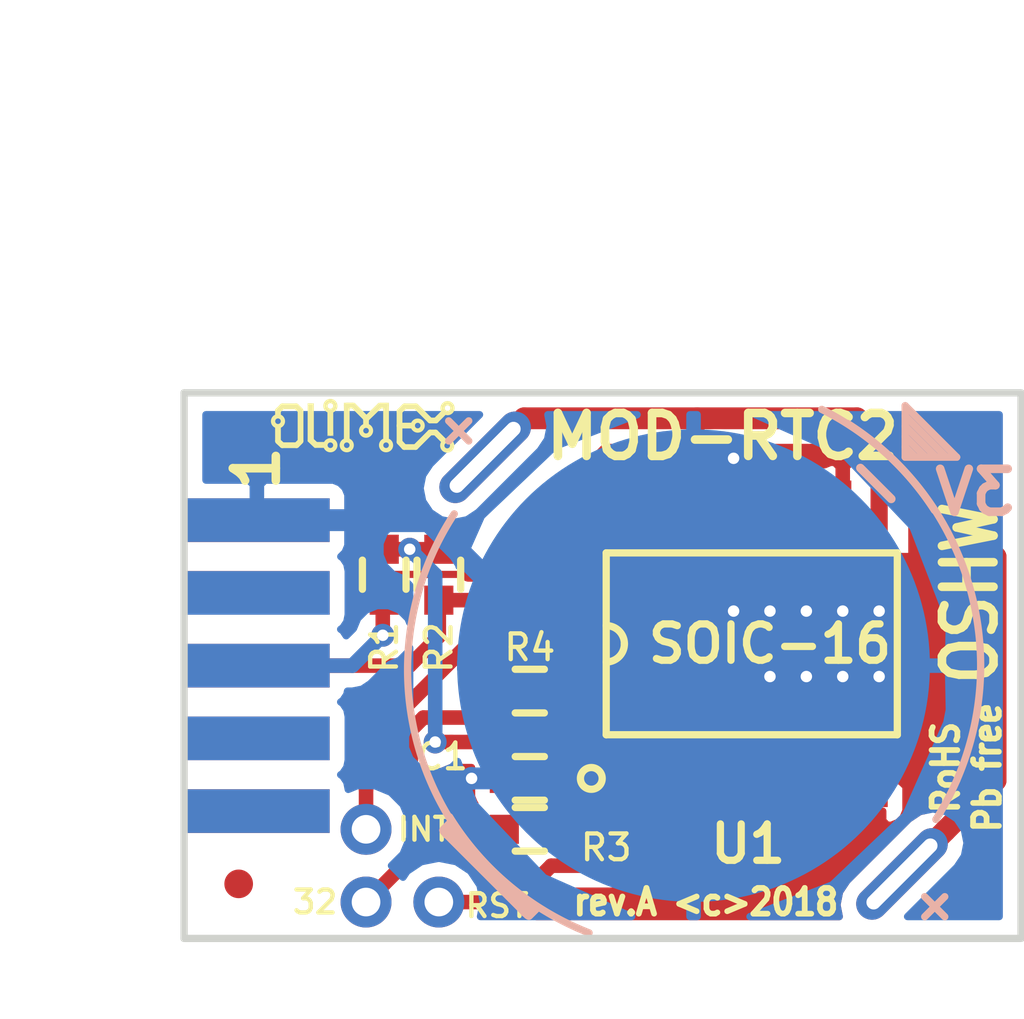
<source format=kicad_pcb>
(kicad_pcb (version 20171114) (host pcbnew "(2017-11-22 revision 78366f8f0)-master")

  (general
    (thickness 1.6)
    (drawings 13)
    (tracks 137)
    (zones 0)
    (modules 12)
    (nets 15)
  )

  (page A4)
  (layers
    (0 F.Cu signal)
    (31 B.Cu signal)
    (32 B.Adhes user)
    (33 F.Adhes user)
    (34 B.Paste user)
    (35 F.Paste user)
    (36 B.SilkS user)
    (37 F.SilkS user)
    (38 B.Mask user)
    (39 F.Mask user)
    (40 Dwgs.User user)
    (41 Cmts.User user)
    (42 Eco1.User user)
    (43 Eco2.User user)
    (44 Edge.Cuts user)
    (45 Margin user)
    (46 B.CrtYd user)
    (47 F.CrtYd user)
    (48 B.Fab user)
    (49 F.Fab user)
  )

  (setup
    (last_trace_width 0.25)
    (user_trace_width 0.2032)
    (user_trace_width 0.508)
    (user_trace_width 0.762)
    (trace_clearance 0.2)
    (zone_clearance 0.508)
    (zone_45_only no)
    (trace_min 0.2)
    (segment_width 0.254)
    (edge_width 0.254)
    (via_size 0.8)
    (via_drill 0.4)
    (via_min_size 0.4)
    (via_min_drill 0.3)
    (uvia_size 0.3)
    (uvia_drill 0.1)
    (uvias_allowed no)
    (uvia_min_size 0.2)
    (uvia_min_drill 0.1)
    (pcb_text_width 0.3)
    (pcb_text_size 1.5 1.5)
    (mod_edge_width 0.15)
    (mod_text_size 1 1)
    (mod_text_width 0.15)
    (pad_size 1 1)
    (pad_drill 0)
    (pad_to_mask_clearance 0.2)
    (aux_axis_origin 38.1 44.45)
    (visible_elements FFFEFF7F)
    (pcbplotparams
      (layerselection 0x00020_7ffffffe)
      (usegerberextensions false)
      (usegerberattributes false)
      (usegerberadvancedattributes false)
      (creategerberjobfile false)
      (excludeedgelayer false)
      (linewidth 0.100000)
      (plotframeref false)
      (viasonmask false)
      (mode 1)
      (useauxorigin false)
      (hpglpennumber 1)
      (hpglpenspeed 20)
      (hpglpendiameter 15)
      (psnegative false)
      (psa4output false)
      (plotreference true)
      (plotvalue false)
      (plotinvisibletext false)
      (padsonsilk false)
      (subtractmaskfromsilk false)
      (outputformat 1)
      (mirror false)
      (drillshape 0)
      (scaleselection 1)
      (outputdirectory ""))
  )

  (net 0 "")
  (net 1 "Net-(BAT_CON1-Pad1)")
  (net 2 GND)
  (net 3 +3.3VD)
  (net 4 "Net-(CON1-Pad3)")
  (net 5 "Net-(CON1-Pad4)")
  (net 6 /SCL)
  (net 7 /SDA)
  (net 8 "Net-(CON1-Pad7)")
  (net 9 "Net-(CON1-Pad8)")
  (net 10 "Net-(CON1-Pad9)")
  (net 11 "Net-(CON1-Pad10)")
  (net 12 /INT)
  (net 13 /RST)
  (net 14 /32)

  (net_class Default "This is the default net class."
    (clearance 0.2)
    (trace_width 0.25)
    (via_dia 0.8)
    (via_drill 0.4)
    (uvia_dia 0.3)
    (uvia_drill 0.1)
    (add_net +3.3VD)
    (add_net /32)
    (add_net /INT)
    (add_net /RST)
    (add_net /SCL)
    (add_net /SDA)
    (add_net GND)
    (add_net "Net-(BAT_CON1-Pad1)")
    (add_net "Net-(CON1-Pad10)")
    (add_net "Net-(CON1-Pad3)")
    (add_net "Net-(CON1-Pad4)")
    (add_net "Net-(CON1-Pad7)")
    (add_net "Net-(CON1-Pad8)")
    (add_net "Net-(CON1-Pad9)")
  )

  (module OLIMEX_IC-FP:SOIC-16_300mil (layer F.Cu) (tedit 5A4F815F) (tstamp 5A500FAE)
    (at 57.912 34.163)
    (path /5A4F4DEF)
    (attr smd)
    (fp_text reference U1 (at -0.127 6.985) (layer F.SilkS)
      (effects (font (size 1.27 1.27) (thickness 0.254)))
    )
    (fp_text value DS3231 (at 0 -1.905) (layer F.Fab)
      (effects (font (size 1.27 1.27) (thickness 0.254)))
    )
    (fp_line (start 5.08 3.175) (end -5.08 3.175) (layer F.SilkS) (width 0.254))
    (fp_line (start 5.08 -3.175) (end 5.08 3.175) (layer F.SilkS) (width 0.254))
    (fp_line (start -5.08 -3.175) (end 5.08 -3.175) (layer F.SilkS) (width 0.254))
    (fp_line (start -5.08 3.175) (end -5.08 -3.175) (layer F.SilkS) (width 0.254))
    (fp_circle (center -5.6 4.7) (end -5.6 5.08) (layer F.SilkS) (width 0.254))
    (fp_arc (start -5.08 0) (end -4.445 0) (angle 90) (layer F.SilkS) (width 0.254))
    (fp_arc (start -5.08 0) (end -5.08 -0.635) (angle 90) (layer F.SilkS) (width 0.254))
    (fp_text user SOIC-16 (at 0.635 0) (layer F.SilkS)
      (effects (font (size 1.27 1.27) (thickness 0.254)))
    )
    (pad 16 smd rect (at -4.445 -4.7 90) (size 2 0.6) (layers F.Cu F.Paste F.Mask)
      (net 6 /SCL) (solder_mask_margin 0.0508))
    (pad 15 smd rect (at -3.175 -4.7 90) (size 2 0.6) (layers F.Cu F.Paste F.Mask)
      (net 7 /SDA) (solder_mask_margin 0.0508))
    (pad 14 smd rect (at -1.905 -4.7 90) (size 2 0.6) (layers F.Cu F.Paste F.Mask)
      (net 1 "Net-(BAT_CON1-Pad1)") (solder_mask_margin 0.0508))
    (pad 13 smd rect (at -0.635 -4.7 90) (size 2 0.6) (layers F.Cu F.Paste F.Mask)
      (net 2 GND) (solder_mask_margin 0.0508))
    (pad 12 smd rect (at 0.635 -4.7 90) (size 2 0.6) (layers F.Cu F.Paste F.Mask)
      (net 2 GND) (solder_mask_margin 0.0508))
    (pad 11 smd rect (at 1.905 -4.7 90) (size 2 0.6) (layers F.Cu F.Paste F.Mask)
      (net 2 GND) (solder_mask_margin 0.0508))
    (pad 10 smd rect (at 3.175 -4.7 90) (size 2 0.6) (layers F.Cu F.Paste F.Mask)
      (net 2 GND) (solder_mask_margin 0.0508))
    (pad 9 smd rect (at 4.445 -4.7 90) (size 2 0.6) (layers F.Cu F.Paste F.Mask)
      (net 2 GND) (solder_mask_margin 0.0508))
    (pad 8 smd rect (at 4.445 4.7 90) (size 2 0.6) (layers F.Cu F.Paste F.Mask)
      (net 2 GND) (solder_mask_margin 0.0508))
    (pad 7 smd rect (at 3.175 4.7 90) (size 2 0.6) (layers F.Cu F.Paste F.Mask)
      (net 2 GND) (solder_mask_margin 0.0508))
    (pad 6 smd rect (at 1.905 4.7 90) (size 2 0.6) (layers F.Cu F.Paste F.Mask)
      (net 2 GND) (solder_mask_margin 0.0508))
    (pad 5 smd rect (at 0.635 4.7 90) (size 2 0.6) (layers F.Cu F.Paste F.Mask)
      (net 2 GND) (solder_mask_margin 0.0508))
    (pad 4 smd rect (at -0.635 4.7 90) (size 2 0.6) (layers F.Cu F.Paste F.Mask)
      (net 13 /RST) (solder_mask_margin 0.0508))
    (pad 3 smd rect (at -1.905 4.7 90) (size 2 0.6) (layers F.Cu F.Paste F.Mask)
      (net 12 /INT) (solder_mask_margin 0.0508))
    (pad 2 smd rect (at -3.175 4.7 90) (size 2 0.6) (layers F.Cu F.Paste F.Mask)
      (net 3 +3.3VD) (solder_mask_margin 0.0508))
    (pad 1 smd rect (at -4.445 4.7 90) (size 2 0.6) (layers F.Cu F.Paste F.Mask)
      (net 14 /32) (solder_mask_margin 0.0508))
  )

  (module OLIMEX_LOGOs-FP:OLIMEX_LOGO_SMALL_TB (layer F.Cu) (tedit 5539E04C) (tstamp 5A4F8313)
    (at 44.323 26.543)
    (fp_text reference "" (at -1.2827 -14.4145) (layer F.Fab)
      (effects (font (size 1.1 1.1) (thickness 0.254)))
    )
    (fp_text value "" (at -0.0254 13.4112) (layer F.Fab)
      (effects (font (size 1.1 1.1) (thickness 0.254)))
    )
    (fp_circle (center -2.9464 -0.1524) (end -2.8448 -0.2921) (layer F.SilkS) (width 0.15))
    (fp_line (start -2.3114 -0.6713) (end -2.159 -0.5207) (layer F.SilkS) (width 0.2))
    (fp_line (start -2.159 -0.4826) (end -2.159 0.5207) (layer F.SilkS) (width 0.2))
    (fp_line (start -2.2987 0.6858) (end -2.159 0.5461) (layer F.SilkS) (width 0.2))
    (fp_line (start -2.9464 0.0762) (end -2.9464 0.5207) (layer F.SilkS) (width 0.2))
    (fp_line (start -1.8034 -0.6731) (end -1.8034 0.508) (layer F.SilkS) (width 0.2))
    (fp_line (start -1.8034 0.508) (end -1.6256 0.6731) (layer F.SilkS) (width 0.2))
    (fp_line (start -1.6256 0.6731) (end -1.3462 0.6731) (layer F.SilkS) (width 0.2))
    (fp_circle (center -1.1176 0.6858) (end -1.016 0.5461) (layer F.SilkS) (width 0.15))
    (fp_line (start -1.1176 -0.4572) (end -1.1176 0.254) (layer F.SilkS) (width 0.2))
    (fp_circle (center -1.1176 -0.6858) (end -1.016 -0.8255) (layer F.SilkS) (width 0.15))
    (fp_circle (center -0.5461 0.6858) (end -0.4445 0.5461) (layer F.SilkS) (width 0.15))
    (fp_line (start -0.5461 0.4699) (end -0.5461 -0.6985) (layer F.SilkS) (width 0.2))
    (fp_line (start -0.5461 -0.6985) (end -0.3175 -0.6985) (layer F.SilkS) (width 0.2))
    (fp_line (start -0.3175 -0.6985) (end 0.127 -0.254) (layer F.SilkS) (width 0.2))
    (fp_line (start 0.127 -0.254) (end 0.127 -0.0508) (layer F.SilkS) (width 0.2))
    (fp_line (start 0.127 -0.2286) (end 0.6096 -0.6985) (layer F.SilkS) (width 0.2))
    (fp_circle (center 0.127 0.1778) (end 0.2286 0.0381) (layer F.SilkS) (width 0.15))
    (fp_line (start 0.6096 -0.6985) (end 0.8255 -0.6985) (layer F.SilkS) (width 0.2))
    (fp_line (start 0.8255 -0.6985) (end 0.8255 0.4318) (layer F.SilkS) (width 0.2))
    (fp_circle (center 0.8255 0.6858) (end 0.9271 0.5461) (layer F.SilkS) (width 0.15))
    (fp_circle (center 2.9591 0.6985) (end 3.0607 0.5588) (layer F.SilkS) (width 0.15))
    (fp_line (start 2.8448 0.5334) (end 2.5527 0.2413) (layer F.SilkS) (width 0.2))
    (fp_line (start 2.5527 0.2413) (end 2.3622 0.2413) (layer F.SilkS) (width 0.2))
    (fp_line (start 2.3622 0.2413) (end 1.8542 0.7493) (layer F.SilkS) (width 0.2))
    (fp_line (start 1.8542 0.7493) (end 1.4605 0.7493) (layer F.SilkS) (width 0.2))
    (fp_line (start 1.4605 0.7493) (end 1.2954 0.5715) (layer F.SilkS) (width 0.2))
    (fp_line (start 1.2954 0.5715) (end 1.2954 0) (layer F.SilkS) (width 0.2))
    (fp_line (start 1.2954 -0.4953) (end 1.4732 -0.6731) (layer F.SilkS) (width 0.2))
    (fp_line (start 1.2954 0.0127) (end 1.2954 -0.4953) (layer F.SilkS) (width 0.2))
    (fp_line (start 1.4732 -0.6731) (end 1.8669 -0.6731) (layer F.SilkS) (width 0.2))
    (fp_line (start 1.8669 -0.6731) (end 2.3622 -0.1778) (layer F.SilkS) (width 0.2))
    (fp_line (start 2.3622 -0.1778) (end 2.5654 -0.1778) (layer F.SilkS) (width 0.2))
    (fp_line (start 2.5654 -0.1778) (end 2.8194 -0.4318) (layer F.SilkS) (width 0.2))
    (fp_circle (center 2.9718 -0.6096) (end 3.0734 -0.7493) (layer F.SilkS) (width 0.15))
    (fp_line (start 1.7272 0) (end 1.2954 0) (layer F.SilkS) (width 0.2))
    (fp_circle (center 1.9304 0) (end 2.032 -0.1397) (layer F.SilkS) (width 0.15))
    (fp_line (start -2.794 -0.6731) (end -2.3114 -0.6731) (layer F.SilkS) (width 0.2))
    (fp_line (start -2.9464 -0.5207) (end -2.794 -0.6731) (layer F.SilkS) (width 0.2))
    (fp_line (start -2.9464 -0.3556) (end -2.9464 -0.5207) (layer F.SilkS) (width 0.2))
    (fp_line (start -2.794 0.6858) (end -2.9464 0.5461) (layer F.SilkS) (width 0.2))
    (fp_line (start -2.2987 0.6858) (end -2.794 0.6858) (layer F.SilkS) (width 0.2))
    (fp_line (start -1.905 -0.7747) (end -1.905 0.5207) (layer F.SilkS) (width 0.01))
    (fp_line (start -1.8034 -0.7747) (end -1.905 -0.7747) (layer F.SilkS) (width 0.01))
    (fp_line (start -1.905 0.5461) (end -1.6637 0.7747) (layer F.SilkS) (width 0.01))
    (fp_line (start -1.905 0.5334) (end -1.905 0.5461) (layer F.SilkS) (width 0.01))
    (fp_line (start -1.905 0.5207) (end -1.905 0.5334) (layer F.SilkS) (width 0.01))
    (fp_line (start -1.8923 0.5588) (end -1.905 0.5334) (layer F.SilkS) (width 0.01))
    (fp_line (start -1.6637 0.7747) (end -1.3462 0.7747) (layer F.SilkS) (width 0.01))
    (fp_line (start -1.651 0.7747) (end -1.6637 0.762) (layer F.SilkS) (width 0.01))
    (fp_line (start -1.7018 -0.7747) (end -1.7018 0.4826) (layer F.SilkS) (width 0.01))
    (fp_line (start -1.8034 -0.7747) (end -1.7018 -0.7747) (layer F.SilkS) (width 0.01))
    (fp_line (start -1.87706 -0.74422) (end -1.8288 -0.74422) (layer F.SilkS) (width 0.0625))
    (fp_line (start -1.78054 -0.74168) (end -1.73228 -0.74168) (layer F.SilkS) (width 0.0625))
    (fp_line (start -1.89738 -0.77216) (end -1.89738 -0.6985) (layer F.SilkS) (width 0.0127))
    (fp_line (start -1.71196 -0.77216) (end -1.71196 -0.69342) (layer F.SilkS) (width 0.0127))
    (fp_line (start -1.02362 0.35306) (end -1.21412 0.35306) (layer F.SilkS) (width 0.0127))
    (fp_line (start -1.02362 0.25654) (end -1.02362 0.35306) (layer F.SilkS) (width 0.0127))
    (fp_line (start -1.21412 0.35306) (end -1.21412 -0.4699) (layer F.SilkS) (width 0.0127))
    (fp_line (start -1.20904 0.34036) (end -1.02616 0.34036) (layer F.SilkS) (width 0.0127))
    (fp_line (start -1.21158 0.32766) (end -1.0287 0.32766) (layer F.SilkS) (width 0.0127))
    (fp_line (start -1.21158 0.31496) (end -1.0287 0.31496) (layer F.SilkS) (width 0.0127))
    (fp_line (start -1.21158 0.30226) (end -1.02616 0.30226) (layer F.SilkS) (width 0.0127))
    (fp_line (start -0.64008 -0.79248) (end -0.31242 -0.79248) (layer F.SilkS) (width 0.0127))
    (fp_line (start -0.64008 -0.69596) (end -0.64008 -0.79248) (layer F.SilkS) (width 0.0127))
    (fp_line (start -0.58674 -0.77978) (end -0.63246 -0.77978) (layer F.SilkS) (width 0.0127))
    (fp_line (start -0.62992 -0.7874) (end -0.62992 -0.74676) (layer F.SilkS) (width 0.0127))
    (fp_line (start -0.62738 -0.76708) (end -0.61214 -0.76708) (layer F.SilkS) (width 0.0127))
    (fp_line (start 0.91948 -0.79248) (end 0.91948 -0.69596) (layer F.SilkS) (width 0.0127))
    (fp_line (start 0.83312 -0.79248) (end 0.91948 -0.79248) (layer F.SilkS) (width 0.0127))
    (fp_line (start 0.87376 -0.78232) (end 0.91186 -0.78232) (layer F.SilkS) (width 0.0127))
    (fp_line (start 0.90932 -0.77724) (end 0.90932 -0.74676) (layer F.SilkS) (width 0.0127))
    (fp_line (start 0.88646 -0.77216) (end 0.90678 -0.77216) (layer F.SilkS) (width 0.0127))
    (fp_line (start 0.9017 -0.7747) (end 0.9017 -0.75946) (layer F.SilkS) (width 0.0127))
  )

  (module OLIMEX_Other-FP:Fiducial1x3_transp (layer F.Cu) (tedit 5A4F68D3) (tstamp 5A517356)
    (at 40.005 42.545)
    (attr smd)
    (fp_text reference Ref* (at 0 3) (layer F.SilkS) hide
      (effects (font (size 1 1) (thickness 0.15)))
    )
    (fp_text value Val** (at 0 -3) (layer F.Fab) hide
      (effects (font (size 1 1) (thickness 0.15)))
    )
    (fp_circle (center 0 0) (end 1.5 0) (layer Dwgs.User) (width 0.254))
    (pad Fid1 connect circle (at 0 0) (size 1 1) (layers F.Cu F.Mask)
      (solder_mask_margin 0.127) (clearance 1.016) (zone_connect 0))
  )

  (module OLIMEX_Other-FP:Fiducial1x3_transp (layer F.Cu) (tedit 5950B992) (tstamp 5A517350)
    (at 65.405 27.305)
    (attr smd)
    (fp_text reference Ref* (at 0 3) (layer F.SilkS) hide
      (effects (font (size 1 1) (thickness 0.15)))
    )
    (fp_text value Val** (at 0 -3) (layer F.Fab) hide
      (effects (font (size 1 1) (thickness 0.15)))
    )
    (fp_circle (center 0 0) (end 1.5 0) (layer Dwgs.User) (width 0.254))
    (pad Fid1 connect circle (at 0 0) (size 1 1) (layers F.Cu F.Mask)
      (solder_mask_margin 0.127) (clearance 1.016) (zone_connect 0))
  )

  (module OLIMEX_Connectors-FP:CR2032H_PTH (layer B.Cu) (tedit 5A4F67DD) (tstamp 5A500EDF)
    (at 55.88 34.925 45)
    (path /5A4F4E6D)
    (fp_text reference BAT_CON1 (at 5.388154 5.388154 90) (layer B.SilkS) hide
      (effects (font (size 1.27 1.27) (thickness 0.254)) (justify mirror))
    )
    (fp_text value CR2032 (at -0.089803 -0.628618 45) (layer B.Fab)
      (effects (font (size 1.27 1.27) (thickness 0.254)) (justify mirror))
    )
    (fp_arc (start 0 0) (end -9.7536 -2.286) (angle -36.83623219) (layer B.SilkS) (width 0.254))
    (fp_arc (start 0 0) (end 9.779 2.1082) (angle -30.60082663) (layer B.SilkS) (width 0.254))
    (fp_arc (start 0 0) (end 2.1844 9.779) (angle -90) (layer B.SilkS) (width 0.254))
    (fp_line (start -10.2 2.05) (end -10.2 -2.05) (layer B.SilkS) (width 0.4))
    (fp_arc (start -0.1524 0.0508) (end -2.159 -9.652) (angle -90) (layer B.SilkS) (width 0.254))
    (fp_line (start -10.2362 2.1082) (end -9.8552 2.1082) (layer B.SilkS) (width 0.3))
    (fp_line (start -10.2362 -2.1082) (end -9.8552 -2.1082) (layer B.SilkS) (width 0.3))
    (fp_line (start -10.2616 -1.9304) (end -9.8806 -1.9304) (layer B.SilkS) (width 0.3))
    (fp_line (start -10.2616 1.9304) (end -9.8806 1.9304) (layer B.SilkS) (width 0.3))
    (fp_text user + (at 0 11.811 45) (layer B.SilkS)
      (effects (font (size 1.3 1.3) (thickness 0.254)) (justify mirror))
    )
    (fp_text user + (at 0 -11.684001 45) (layer B.SilkS)
      (effects (font (size 1.3 1.3) (thickness 0.254)) (justify mirror))
    )
    (fp_text user - (at 9.143999 0 135) (layer B.SilkS)
      (effects (font (size 2 2) (thickness 0.3)) (justify mirror))
    )
    (fp_line (start 10.624 0.33) (end 10.623999 -0.178) (layer B.SilkS) (width 0.254))
    (fp_line (start 10.877998 0.584) (end 10.878 -0.432001) (layer B.SilkS) (width 0.254))
    (fp_line (start 11.132 0.838001) (end 11.132 -0.686) (layer B.SilkS) (width 0.254))
    (fp_line (start 11.386 1.092) (end 11.386 -0.94) (layer B.SilkS) (width 0.254))
    (fp_line (start 10.37 0.076) (end 11.64 1.346) (layer B.SilkS) (width 0.254))
    (fp_line (start 11.64 1.346) (end 11.639999 -1.194) (layer B.SilkS) (width 0.254))
    (fp_line (start 11.639999 -1.194) (end 10.37 0.076) (layer B.SilkS) (width 0.254))
    (pad 1 thru_hole oval (at 0 -10.286999 45) (size 4.06 1.11) (drill oval 3.3 0.5) (layers *.Cu *.Mask)
      (net 1 "Net-(BAT_CON1-Pad1)"))
    (pad 2 smd circle (at 0 0 45) (size 16.5 16.5) (layers B.Cu B.Mask)
      (net 2 GND))
    (pad 1 thru_hole oval (at 0 10.286999 45) (size 4.06 1.11) (drill oval 3.3 0.5) (layers *.Cu *.Mask)
      (net 1 "Net-(BAT_CON1-Pad1)"))
  )

  (module OLIMEX_Connectors-FP:HN2x2 (layer F.Cu) (tedit 5A4F6719) (tstamp 5A50886C)
    (at 45.72 41.91 180)
    (path /5A4F6ABB)
    (solder_mask_margin 0.0508)
    (solder_paste_margin -0.0508)
    (attr smd)
    (fp_text reference CON2 (at 0 3.81 180) (layer F.SilkS) hide
      (effects (font (size 1.27 1.27) (thickness 0.254)))
    )
    (fp_text value CON4 (at 0 -4.191 180) (layer F.Fab)
      (effects (font (size 1.27 1.27) (thickness 0.254)))
    )
    (pad 2 thru_hole oval (at -1.27 -1.27 180) (size 1.778 1.778) (drill 1) (layers *.Cu *.Mask)
      (net 13 /RST))
    (pad 4 thru_hole circle (at 1.27 -1.27 180) (size 1.778 1.778) (drill 1) (layers *.Cu *.Mask)
      (net 14 /32))
    (pad 3 thru_hole circle (at 1.27 1.27 180) (size 1.778 1.778) (drill 1) (layers *.Cu *.Mask)
      (net 12 /INT))
  )

  (module OLIMEX_Connectors-FP:UEXTF (layer F.Cu) (tedit 5A4F6731) (tstamp 5A500F07)
    (at 35.56 34.925)
    (path /5A4F4D7C)
    (attr smd)
    (fp_text reference CON1 (at 4.064 7.366) (layer F.SilkS) hide
      (effects (font (size 1.016 0.762) (thickness 0.0635)))
    )
    (fp_text value BH10S (at 0 -3.81) (layer F.Fab)
      (effects (font (size 1 1) (thickness 0.15)))
    )
    (fp_line (start -3.81 6.35) (end 2.54 6.35) (layer F.Fab) (width 0.15))
    (fp_line (start -3.81 -6.35) (end -3.81 6.35) (layer F.Fab) (width 0.15))
    (fp_line (start 2.54 -6.35) (end -3.81 -6.35) (layer F.Fab) (width 0.15))
    (fp_line (start 1.27 1.27) (end -3.81 1.27) (layer F.Fab) (width 0.15))
    (fp_line (start 1.27 -1.27) (end 1.27 1.27) (layer F.Fab) (width 0.15))
    (fp_line (start -2.54 -1.27) (end 1.27 -1.27) (layer F.Fab) (width 0.15))
    (fp_line (start -3.81 -1.27) (end -2.54 -1.27) (layer F.Fab) (width 0.15))
    (fp_line (start 2.54 -6.35) (end 2.54 6.35) (layer F.Fab) (width 0.15))
    (pad 10 smd rect (at 5.08 5.08) (size 5.08 1.524) (layers B.Cu B.Mask)
      (net 11 "Net-(CON1-Pad10)") (solder_mask_margin 0.0508) (solder_paste_margin -0.0508) (clearance 0.0508))
    (pad 9 smd rect (at 5.08 5.08) (size 5.08 1.524) (layers F.Cu F.Mask)
      (net 10 "Net-(CON1-Pad9)") (solder_mask_margin 0.0508) (solder_paste_margin -0.0508) (clearance 0.0508))
    (pad 8 smd rect (at 5.08 2.54) (size 5.08 1.524) (layers B.Cu B.Mask)
      (net 9 "Net-(CON1-Pad8)") (solder_mask_margin 0.0508) (solder_paste_margin -0.0508) (clearance 0.0508))
    (pad 7 smd rect (at 5.08 2.54) (size 5.08 1.524) (layers F.Cu F.Mask)
      (net 8 "Net-(CON1-Pad7)") (solder_mask_margin 0.0508) (solder_paste_margin -0.0508) (clearance 0.0508))
    (pad 6 smd rect (at 5.08 0) (size 5.08 1.524) (layers B.Cu B.Mask)
      (net 7 /SDA) (solder_mask_margin 0.0508) (solder_paste_margin -0.0508) (clearance 0.0508))
    (pad 5 smd rect (at 5.08 0) (size 5.08 1.524) (layers F.Cu F.Mask)
      (net 6 /SCL) (solder_mask_margin 0.0508) (solder_paste_margin -0.0508) (clearance 0.0508))
    (pad 4 smd rect (at 5.08 -2.54) (size 5.08 1.524) (layers B.Cu B.Mask)
      (net 5 "Net-(CON1-Pad4)") (solder_mask_margin 0.0508) (solder_paste_margin -0.0508) (clearance 0.0508))
    (pad 3 smd rect (at 5.08 -2.54) (size 5.08 1.524) (layers F.Cu F.Mask)
      (net 4 "Net-(CON1-Pad3)") (solder_mask_margin 0.0508) (solder_paste_margin -0.0508) (clearance 0.0508))
    (pad 2 smd rect (at 5.08 -5.08) (size 5.08 1.524) (layers B.Cu B.Mask)
      (net 2 GND) (solder_mask_margin 0.0508) (solder_paste_margin -0.0508) (clearance 0.0508))
    (pad 1 smd rect (at 5.08 -5.08) (size 5.08 1.524) (layers F.Cu F.Mask)
      (net 3 +3.3VD) (solder_mask_margin 0.0508) (solder_paste_margin -0.0508) (clearance 0.0508))
  )

  (module OLIMEX_RLC-FP:C_0603_5MIL_DWS (layer F.Cu) (tedit 5943B5DA) (tstamp 5A500EF2)
    (at 50.165 38.862)
    (descr "Resistor SMD 0603, reflow soldering, Vishay (see dcrcw.pdf)")
    (tags "resistor 0603")
    (path /5A4F536C)
    (attr smd)
    (fp_text reference C1 (at -3.048 -0.762) (layer F.SilkS)
      (effects (font (size 0.9 0.9) (thickness 0.15)))
    )
    (fp_text value 100nF (at 0.127 1.778) (layer F.Fab)
      (effects (font (size 1.27 1.27) (thickness 0.254)))
    )
    (fp_line (start 0.762 -0.381) (end 0 -0.381) (layer F.Fab) (width 0.15))
    (fp_line (start 0.762 0.381) (end 0.762 -0.381) (layer F.Fab) (width 0.15))
    (fp_line (start -0.762 0.381) (end 0.762 0.381) (layer F.Fab) (width 0.15))
    (fp_line (start -0.762 -0.381) (end -0.762 0.381) (layer F.Fab) (width 0.15))
    (fp_line (start 0 -0.381) (end -0.762 -0.381) (layer F.Fab) (width 0.15))
    (fp_line (start 0.508 -0.762) (end 1.651 -0.762) (layer F.CrtYd) (width 0.254))
    (fp_line (start 1.651 -0.762) (end 1.651 0.762) (layer F.CrtYd) (width 0.254))
    (fp_line (start 1.651 0.762) (end 0.508 0.762) (layer F.CrtYd) (width 0.254))
    (fp_line (start -0.508 -0.762) (end -1.651 -0.762) (layer F.CrtYd) (width 0.254))
    (fp_line (start -1.651 -0.762) (end -1.651 0.762) (layer F.CrtYd) (width 0.254))
    (fp_line (start -1.651 0.762) (end -0.508 0.762) (layer F.CrtYd) (width 0.254))
    (fp_line (start -0.508 0.762) (end 0.508 0.762) (layer F.SilkS) (width 0.254))
    (fp_line (start -0.508 -0.762) (end 0.508 -0.762) (layer F.SilkS) (width 0.254))
    (pad 1 smd rect (at -0.889 0) (size 1.016 1.016) (layers F.Cu F.Paste F.Mask)
      (net 2 GND) (solder_mask_margin 0.0508) (clearance 0.0508))
    (pad 2 smd rect (at 0.889 0) (size 1.016 1.016) (layers F.Cu F.Paste F.Mask)
      (net 3 +3.3VD) (solder_mask_margin 0.0508) (clearance 0.0508))
    (model Resistors_SMD/R_0603.wrl
      (at (xyz 0 0 0))
      (scale (xyz 1 1 1))
      (rotate (xyz 0 0 0))
    )
  )

  (module OLIMEX_RLC-FP:R_0603_5MIL_DWS (layer F.Cu) (tedit 5943B69D) (tstamp 5A500F59)
    (at 46.99 31.75 90)
    (descr "Resistor SMD 0603, reflow soldering, Vishay (see dcrcw.pdf)")
    (tags "resistor 0603")
    (path /5A50095C)
    (attr smd)
    (fp_text reference R1 (at -2.54 -1.905 90) (layer F.SilkS)
      (effects (font (size 0.9 0.9) (thickness 0.15)))
    )
    (fp_text value 10K (at 0.127 1.778 90) (layer F.Fab)
      (effects (font (size 1.27 1.27) (thickness 0.254)))
    )
    (fp_line (start 0.762 -0.381) (end 0 -0.381) (layer F.Fab) (width 0.127))
    (fp_line (start 0.762 0.381) (end 0.762 -0.381) (layer F.Fab) (width 0.127))
    (fp_line (start -0.762 0.381) (end 0.762 0.381) (layer F.Fab) (width 0.127))
    (fp_line (start -0.762 -0.381) (end -0.762 0.381) (layer F.Fab) (width 0.127))
    (fp_line (start 0 -0.381) (end -0.762 -0.381) (layer F.Fab) (width 0.127))
    (fp_line (start 0.508 -0.762) (end 1.651 -0.762) (layer F.CrtYd) (width 0.254))
    (fp_line (start 1.651 -0.762) (end 1.651 0.762) (layer F.CrtYd) (width 0.254))
    (fp_line (start 1.651 0.762) (end 0.508 0.762) (layer F.CrtYd) (width 0.254))
    (fp_line (start -0.508 -0.762) (end -1.651 -0.762) (layer F.CrtYd) (width 0.254))
    (fp_line (start -1.651 -0.762) (end -1.651 0.762) (layer F.CrtYd) (width 0.254))
    (fp_line (start -1.651 0.762) (end -0.508 0.762) (layer F.CrtYd) (width 0.254))
    (fp_line (start -0.508 0.762) (end 0.508 0.762) (layer F.SilkS) (width 0.254))
    (fp_line (start -0.508 -0.762) (end 0.508 -0.762) (layer F.SilkS) (width 0.254))
    (pad 1 smd rect (at -0.889 0 90) (size 1.016 1.016) (layers F.Cu F.Paste F.Mask)
      (net 6 /SCL) (solder_mask_margin 0.0508))
    (pad 2 smd rect (at 0.889 0 90) (size 1.016 1.016) (layers F.Cu F.Paste F.Mask)
      (net 3 +3.3VD) (solder_mask_margin 0.0508))
    (model Resistors_SMD/R_0603.wrl
      (at (xyz 0 0 0))
      (scale (xyz 1 1 1))
      (rotate (xyz 0 0 0))
    )
  )

  (module OLIMEX_RLC-FP:R_0603_5MIL_DWS (layer F.Cu) (tedit 5943B69D) (tstamp 5A500F6C)
    (at 45.085 31.75 270)
    (descr "Resistor SMD 0603, reflow soldering, Vishay (see dcrcw.pdf)")
    (tags "resistor 0603")
    (path /5A500916)
    (attr smd)
    (fp_text reference R2 (at 2.54 -1.905 90) (layer F.SilkS)
      (effects (font (size 0.9 0.9) (thickness 0.15)))
    )
    (fp_text value 10K (at 0.127 1.778 270) (layer F.Fab)
      (effects (font (size 1.27 1.27) (thickness 0.254)))
    )
    (fp_line (start -0.508 -0.762) (end 0.508 -0.762) (layer F.SilkS) (width 0.254))
    (fp_line (start -0.508 0.762) (end 0.508 0.762) (layer F.SilkS) (width 0.254))
    (fp_line (start -1.651 0.762) (end -0.508 0.762) (layer F.CrtYd) (width 0.254))
    (fp_line (start -1.651 -0.762) (end -1.651 0.762) (layer F.CrtYd) (width 0.254))
    (fp_line (start -0.508 -0.762) (end -1.651 -0.762) (layer F.CrtYd) (width 0.254))
    (fp_line (start 1.651 0.762) (end 0.508 0.762) (layer F.CrtYd) (width 0.254))
    (fp_line (start 1.651 -0.762) (end 1.651 0.762) (layer F.CrtYd) (width 0.254))
    (fp_line (start 0.508 -0.762) (end 1.651 -0.762) (layer F.CrtYd) (width 0.254))
    (fp_line (start 0 -0.381) (end -0.762 -0.381) (layer F.Fab) (width 0.127))
    (fp_line (start -0.762 -0.381) (end -0.762 0.381) (layer F.Fab) (width 0.127))
    (fp_line (start -0.762 0.381) (end 0.762 0.381) (layer F.Fab) (width 0.127))
    (fp_line (start 0.762 0.381) (end 0.762 -0.381) (layer F.Fab) (width 0.127))
    (fp_line (start 0.762 -0.381) (end 0 -0.381) (layer F.Fab) (width 0.127))
    (pad 2 smd rect (at 0.889 0 270) (size 1.016 1.016) (layers F.Cu F.Paste F.Mask)
      (net 7 /SDA) (solder_mask_margin 0.0508))
    (pad 1 smd rect (at -0.889 0 270) (size 1.016 1.016) (layers F.Cu F.Paste F.Mask)
      (net 3 +3.3VD) (solder_mask_margin 0.0508))
    (model Resistors_SMD/R_0603.wrl
      (at (xyz 0 0 0))
      (scale (xyz 1 1 1))
      (rotate (xyz 0 0 0))
    )
  )

  (module OLIMEX_RLC-FP:R_0603_5MIL_DWS (layer F.Cu) (tedit 5943B69D) (tstamp 5A500F7F)
    (at 50.165 40.64)
    (descr "Resistor SMD 0603, reflow soldering, Vishay (see dcrcw.pdf)")
    (tags "resistor 0603")
    (path /5A502712)
    (attr smd)
    (fp_text reference R3 (at 2.667 0.635) (layer F.SilkS)
      (effects (font (size 0.9 0.9) (thickness 0.15)))
    )
    (fp_text value 10K (at 0.127 1.778) (layer F.Fab)
      (effects (font (size 1.27 1.27) (thickness 0.254)))
    )
    (fp_line (start -0.508 -0.762) (end 0.508 -0.762) (layer F.SilkS) (width 0.254))
    (fp_line (start -0.508 0.762) (end 0.508 0.762) (layer F.SilkS) (width 0.254))
    (fp_line (start -1.651 0.762) (end -0.508 0.762) (layer F.CrtYd) (width 0.254))
    (fp_line (start -1.651 -0.762) (end -1.651 0.762) (layer F.CrtYd) (width 0.254))
    (fp_line (start -0.508 -0.762) (end -1.651 -0.762) (layer F.CrtYd) (width 0.254))
    (fp_line (start 1.651 0.762) (end 0.508 0.762) (layer F.CrtYd) (width 0.254))
    (fp_line (start 1.651 -0.762) (end 1.651 0.762) (layer F.CrtYd) (width 0.254))
    (fp_line (start 0.508 -0.762) (end 1.651 -0.762) (layer F.CrtYd) (width 0.254))
    (fp_line (start 0 -0.381) (end -0.762 -0.381) (layer F.Fab) (width 0.127))
    (fp_line (start -0.762 -0.381) (end -0.762 0.381) (layer F.Fab) (width 0.127))
    (fp_line (start -0.762 0.381) (end 0.762 0.381) (layer F.Fab) (width 0.127))
    (fp_line (start 0.762 0.381) (end 0.762 -0.381) (layer F.Fab) (width 0.127))
    (fp_line (start 0.762 -0.381) (end 0 -0.381) (layer F.Fab) (width 0.127))
    (pad 2 smd rect (at 0.889 0) (size 1.016 1.016) (layers F.Cu F.Paste F.Mask)
      (net 3 +3.3VD) (solder_mask_margin 0.0508))
    (pad 1 smd rect (at -0.889 0) (size 1.016 1.016) (layers F.Cu F.Paste F.Mask)
      (net 14 /32) (solder_mask_margin 0.0508))
    (model Resistors_SMD/R_0603.wrl
      (at (xyz 0 0 0))
      (scale (xyz 1 1 1))
      (rotate (xyz 0 0 0))
    )
  )

  (module OLIMEX_RLC-FP:R_0603_5MIL_DWS (layer F.Cu) (tedit 5943B69D) (tstamp 5A500F92)
    (at 50.165 35.814 180)
    (descr "Resistor SMD 0603, reflow soldering, Vishay (see dcrcw.pdf)")
    (tags "resistor 0603")
    (path /5A4F5567)
    (attr smd)
    (fp_text reference R4 (at 0 1.524) (layer F.SilkS)
      (effects (font (size 0.9 0.9) (thickness 0.15)))
    )
    (fp_text value 10K (at 0.127 1.778 180) (layer F.Fab)
      (effects (font (size 1.27 1.27) (thickness 0.254)))
    )
    (fp_line (start 0.762 -0.381) (end 0 -0.381) (layer F.Fab) (width 0.127))
    (fp_line (start 0.762 0.381) (end 0.762 -0.381) (layer F.Fab) (width 0.127))
    (fp_line (start -0.762 0.381) (end 0.762 0.381) (layer F.Fab) (width 0.127))
    (fp_line (start -0.762 -0.381) (end -0.762 0.381) (layer F.Fab) (width 0.127))
    (fp_line (start 0 -0.381) (end -0.762 -0.381) (layer F.Fab) (width 0.127))
    (fp_line (start 0.508 -0.762) (end 1.651 -0.762) (layer F.CrtYd) (width 0.254))
    (fp_line (start 1.651 -0.762) (end 1.651 0.762) (layer F.CrtYd) (width 0.254))
    (fp_line (start 1.651 0.762) (end 0.508 0.762) (layer F.CrtYd) (width 0.254))
    (fp_line (start -0.508 -0.762) (end -1.651 -0.762) (layer F.CrtYd) (width 0.254))
    (fp_line (start -1.651 -0.762) (end -1.651 0.762) (layer F.CrtYd) (width 0.254))
    (fp_line (start -1.651 0.762) (end -0.508 0.762) (layer F.CrtYd) (width 0.254))
    (fp_line (start -0.508 0.762) (end 0.508 0.762) (layer F.SilkS) (width 0.254))
    (fp_line (start -0.508 -0.762) (end 0.508 -0.762) (layer F.SilkS) (width 0.254))
    (pad 1 smd rect (at -0.889 0 180) (size 1.016 1.016) (layers F.Cu F.Paste F.Mask)
      (net 3 +3.3VD) (solder_mask_margin 0.0508))
    (pad 2 smd rect (at 0.889 0 180) (size 1.016 1.016) (layers F.Cu F.Paste F.Mask)
      (net 12 /INT) (solder_mask_margin 0.0508))
    (model Resistors_SMD/R_0603.wrl
      (at (xyz 0 0 0))
      (scale (xyz 1 1 1))
      (rotate (xyz 0 0 0))
    )
  )

  (gr_text INT (at 46.482 40.64) (layer F.SilkS)
    (effects (font (size 0.8 0.8) (thickness 0.15)))
  )
  (gr_text RST (at 49.022 43.307) (layer F.SilkS)
    (effects (font (size 0.8 0.8) (thickness 0.15)))
  )
  (gr_text 32 (at 42.672 43.18) (layer F.SilkS)
    (effects (font (size 0.8 0.8) (thickness 0.15)))
  )
  (gr_text OSHW (at 65.532 32.385 90) (layer F.SilkS)
    (effects (font (size 1.8 1.5) (thickness 0.3)))
  )
  (gr_text "RoHS\nPb free" (at 65.405 38.481 90) (layer F.SilkS)
    (effects (font (size 0.9 0.8) (thickness 0.2)))
  )
  (gr_text " rev.A <c>2018" (at 56.007 43.18) (layer F.SilkS)
    (effects (font (size 0.9 0.8) (thickness 0.2)))
  )
  (gr_text MOD-RTC2 (at 56.896 26.924) (layer F.SilkS)
    (effects (font (size 1.5 1.5) (thickness 0.3)))
  )
  (gr_text 3V (at 65.701223 28.87377) (layer B.SilkS)
    (effects (font (size 1.5 1.5) (thickness 0.3)) (justify mirror))
  )
  (gr_text 1 (at 40.623408 28.032233 90) (layer F.SilkS)
    (effects (font (size 1.5 1.5) (thickness 0.3)))
  )
  (gr_line (start 67.31 44.45) (end 67.31 25.4) (layer Edge.Cuts) (width 0.254))
  (gr_line (start 38.1 44.45) (end 67.31 44.45) (layer Edge.Cuts) (width 0.254))
  (gr_line (start 38.1 25.4) (end 38.1 44.45) (layer Edge.Cuts) (width 0.254))
  (gr_line (start 38.1 25.4) (end 67.31 25.4) (layer Edge.Cuts) (width 0.254))

  (segment (start 56.007 26.289) (end 61.581438 26.289) (width 0.762) (layer F.Cu) (net 1))
  (segment (start 49.967986 26.289) (end 56.007 26.289) (width 0.762) (layer F.Cu) (net 1))
  (segment (start 56.007 27.701) (end 56.007 26.289) (width 0.508) (layer F.Cu) (net 1))
  (segment (start 56.007 29.463) (end 56.007 27.701) (width 0.508) (layer F.Cu) (net 1))
  (segment (start 66.421 31.128562) (end 66.421 38.932014) (width 0.762) (layer F.Cu) (net 1))
  (segment (start 64.660144 40.69287) (end 63.154007 42.199007) (width 0.762) (layer F.Cu) (net 1))
  (segment (start 48.605993 27.650993) (end 49.967986 26.289) (width 0.762) (layer F.Cu) (net 1))
  (segment (start 61.581438 26.289) (end 66.421 31.128562) (width 0.762) (layer F.Cu) (net 1))
  (segment (start 66.421 38.932014) (end 64.660144 40.69287) (width 0.762) (layer F.Cu) (net 1))
  (segment (start 58.547 39.497) (end 58.674 39.624) (width 0.508) (layer F.Cu) (net 2))
  (segment (start 58.547 35.306) (end 58.547 39.497) (width 0.508) (layer F.Cu) (net 2))
  (segment (start 59.773952 39.624) (end 59.817 39.580952) (width 0.508) (layer F.Cu) (net 2))
  (segment (start 61.087 27.686) (end 61.722 27.686) (width 0.508) (layer F.Cu) (net 2))
  (segment (start 59.817 27.686) (end 61.087 27.686) (width 0.508) (layer F.Cu) (net 2))
  (segment (start 61.087 29.463) (end 61.087 27.955) (width 0.508) (layer F.Cu) (net 2))
  (segment (start 61.087 27.955) (end 61.087 27.686) (width 0.508) (layer F.Cu) (net 2))
  (segment (start 58.547 27.686) (end 59.817 27.686) (width 0.508) (layer F.Cu) (net 2))
  (segment (start 59.817 29.463) (end 59.817 27.955) (width 0.508) (layer F.Cu) (net 2))
  (segment (start 59.817 27.955) (end 59.817 27.686) (width 0.508) (layer F.Cu) (net 2))
  (segment (start 58.547 29.463) (end 58.547 27.686) (width 0.508) (layer F.Cu) (net 2))
  (segment (start 61.722 27.686) (end 62.357 28.321) (width 0.508) (layer F.Cu) (net 2))
  (segment (start 62.357 28.321) (end 62.357 29.463) (width 0.508) (layer F.Cu) (net 2))
  (segment (start 57.277 29.463) (end 57.277 33.02) (width 0.508) (layer F.Cu) (net 2))
  (segment (start 58.547 29.463) (end 58.547 33.02) (width 0.508) (layer F.Cu) (net 2))
  (segment (start 57.277 29.463) (end 57.277 27.686) (width 0.508) (layer F.Cu) (net 2))
  (segment (start 57.981315 27.686) (end 57.842685 27.686) (width 0.508) (layer F.Cu) (net 2))
  (segment (start 58.42 28.124685) (end 57.981315 27.686) (width 0.508) (layer F.Cu) (net 2))
  (segment (start 57.842685 27.686) (end 57.277 27.686) (width 0.508) (layer F.Cu) (net 2))
  (segment (start 57.277 33.02) (end 58.42 31.877) (width 0.508) (layer F.Cu) (net 2))
  (via (at 57.277 27.686) (size 0.8) (drill 0.4) (layers F.Cu B.Cu) (net 2))
  (segment (start 62.357159 29.379841) (end 62.357159 29.09714) (width 0.508) (layer F.Cu) (net 2))
  (segment (start 62.357 30.988) (end 62.357 29.38) (width 0.508) (layer F.Cu) (net 2))
  (segment (start 62.357 29.38) (end 62.357159 29.379841) (width 0.508) (layer F.Cu) (net 2))
  (segment (start 61.090233 29.376767) (end 61.090233 29.09714) (width 0.508) (layer F.Cu) (net 2))
  (segment (start 61.087 30.988) (end 61.087 29.38) (width 0.508) (layer F.Cu) (net 2))
  (segment (start 61.087 29.38) (end 61.090233 29.376767) (width 0.508) (layer F.Cu) (net 2))
  (segment (start 59.76934 29.119433) (end 59.817 29.167093) (width 0.508) (layer F.Cu) (net 2))
  (segment (start 59.817 29.167093) (end 59.817 30.988) (width 0.508) (layer F.Cu) (net 2))
  (segment (start 59.817 37.338) (end 59.817 38.946) (width 0.508) (layer F.Cu) (net 2))
  (segment (start 59.817 38.946) (end 59.817 39.580952) (width 0.508) (layer F.Cu) (net 2))
  (segment (start 61.087 37.338) (end 61.087 38.946) (width 0.508) (layer F.Cu) (net 2))
  (segment (start 61.087 38.946) (end 61.087 39.580952) (width 0.508) (layer F.Cu) (net 2))
  (segment (start 62.357 39.296053) (end 62.357 37.338) (width 0.508) (layer F.Cu) (net 2))
  (segment (start 62.357 35.306) (end 62.357 37.338) (width 0.508) (layer F.Cu) (net 2))
  (segment (start 61.087 35.306) (end 61.087 37.338) (width 0.508) (layer F.Cu) (net 2))
  (segment (start 59.817 35.306) (end 59.817 37.338) (width 0.508) (layer F.Cu) (net 2))
  (segment (start 62.357 30.988) (end 62.357 33.02) (width 0.508) (layer F.Cu) (net 2))
  (segment (start 61.087 30.988) (end 61.087 33.02) (width 0.508) (layer F.Cu) (net 2))
  (segment (start 59.817 30.988) (end 59.817 33.02) (width 0.508) (layer F.Cu) (net 2))
  (segment (start 48.133 38.862) (end 51.943 38.862) (width 0.762) (layer B.Cu) (net 2))
  (segment (start 51.943 38.862) (end 55.88 34.925) (width 0.762) (layer B.Cu) (net 2))
  (segment (start 46.643999 29.879999) (end 51.689 34.925) (width 0.762) (layer B.Cu) (net 2))
  (segment (start 51.689 34.925) (end 55.88 34.925) (width 0.762) (layer B.Cu) (net 2))
  (segment (start 43.942 29.845) (end 43.976999 29.879999) (width 0.762) (layer B.Cu) (net 2))
  (segment (start 43.976999 29.879999) (end 46.643999 29.879999) (width 0.762) (layer B.Cu) (net 2))
  (segment (start 40.64 29.845) (end 43.942 29.845) (width 0.762) (layer B.Cu) (net 2))
  (via (at 57.277 33.02) (size 0.8) (drill 0.4) (layers F.Cu B.Cu) (net 2))
  (via (at 58.547 33.02) (size 0.8) (drill 0.4) (layers F.Cu B.Cu) (net 2))
  (via (at 59.817 33.02) (size 0.8) (drill 0.4) (layers F.Cu B.Cu) (net 2))
  (via (at 61.087 33.02) (size 0.8) (drill 0.4) (layers F.Cu B.Cu) (net 2))
  (via (at 62.357 33.02) (size 0.8) (drill 0.4) (layers F.Cu B.Cu) (net 2))
  (via (at 62.357 35.306) (size 0.8) (drill 0.4) (layers F.Cu B.Cu) (net 2))
  (via (at 61.087 35.306) (size 0.8) (drill 0.4) (layers F.Cu B.Cu) (net 2))
  (via (at 59.817 35.306) (size 0.8) (drill 0.4) (layers F.Cu B.Cu) (net 2))
  (via (at 58.547 35.306) (size 0.8) (drill 0.4) (layers F.Cu B.Cu) (net 2))
  (segment (start 49.276 38.862) (end 48.133 38.862) (width 0.508) (layer F.Cu) (net 2))
  (via (at 48.133 38.862) (size 0.8) (drill 0.4) (layers F.Cu B.Cu) (net 2))
  (segment (start 51.054 40.64) (end 54.468 40.64) (width 0.508) (layer F.Cu) (net 3))
  (segment (start 54.468 40.64) (end 54.737 40.371) (width 0.508) (layer F.Cu) (net 3))
  (segment (start 54.737 40.371) (end 54.737 38.863) (width 0.508) (layer F.Cu) (net 3))
  (segment (start 51.054 35.814) (end 51.054 37.846) (width 0.508) (layer F.Cu) (net 3))
  (segment (start 51.054 38.862) (end 51.054 37.846) (width 0.508) (layer F.Cu) (net 3))
  (segment (start 45.974 30.861) (end 46.863 31.75) (width 0.508) (layer B.Cu) (net 3))
  (segment (start 46.863 31.75) (end 46.863 37.026315) (width 0.508) (layer B.Cu) (net 3))
  (segment (start 46.863 37.026315) (end 46.863 37.592) (width 0.508) (layer B.Cu) (net 3))
  (segment (start 51.054 37.846) (end 50.8 37.592) (width 0.508) (layer F.Cu) (net 3))
  (segment (start 47.428685 37.592) (end 46.863 37.592) (width 0.508) (layer F.Cu) (net 3))
  (segment (start 50.8 37.592) (end 47.428685 37.592) (width 0.508) (layer F.Cu) (net 3))
  (via (at 46.863 37.592) (size 0.8) (drill 0.4) (layers F.Cu B.Cu) (net 3))
  (segment (start 51.054 38.862) (end 51.054 40.64) (width 0.508) (layer F.Cu) (net 3))
  (segment (start 45.085 30.861) (end 45.974 30.861) (width 0.508) (layer F.Cu) (net 3))
  (segment (start 45.974 30.861) (end 46.99 30.861) (width 0.508) (layer F.Cu) (net 3))
  (via (at 45.974 30.861) (size 0.8) (drill 0.4) (layers F.Cu B.Cu) (net 3))
  (segment (start 40.64 29.845) (end 44.069 29.845) (width 0.508) (layer F.Cu) (net 3))
  (segment (start 44.069 29.845) (end 45.085 30.861) (width 0.508) (layer F.Cu) (net 3))
  (segment (start 53.467 30.988) (end 53.467 29.463) (width 0.508) (layer F.Cu) (net 6))
  (segment (start 45.969501 34.925) (end 46.99 33.904501) (width 0.508) (layer F.Cu) (net 6))
  (segment (start 46.99 33.904501) (end 46.99 32.639) (width 0.508) (layer F.Cu) (net 6))
  (segment (start 40.64 34.925) (end 45.969501 34.925) (width 0.508) (layer F.Cu) (net 6))
  (segment (start 53.493028 32.267074) (end 53.121102 32.639) (width 0.508) (layer F.Cu) (net 6))
  (segment (start 53.121102 32.639) (end 46.99 32.639) (width 0.508) (layer F.Cu) (net 6))
  (segment (start 53.493028 31.764028) (end 53.493028 32.267074) (width 0.508) (layer F.Cu) (net 6))
  (segment (start 53.467 30.988) (end 53.467 31.738) (width 0.508) (layer F.Cu) (net 6))
  (segment (start 53.467 31.738) (end 53.493028 31.764028) (width 0.508) (layer F.Cu) (net 6))
  (segment (start 54.483 27.432) (end 54.737 27.686) (width 0.508) (layer F.Cu) (net 7))
  (segment (start 54.737 27.686) (end 54.737 29.463) (width 0.508) (layer F.Cu) (net 7))
  (segment (start 52.832 27.432) (end 54.483 27.432) (width 0.508) (layer F.Cu) (net 7))
  (segment (start 52.280188 27.983812) (end 52.832 27.432) (width 0.508) (layer F.Cu) (net 7))
  (segment (start 52.280188 29.015631) (end 52.280188 27.983812) (width 0.508) (layer F.Cu) (net 7))
  (segment (start 45.034008 33.864523) (end 45.034008 32.689992) (width 0.508) (layer F.Cu) (net 7))
  (segment (start 45.034008 32.689992) (end 45.085 32.639) (width 0.508) (layer F.Cu) (net 7))
  (segment (start 43.973531 34.925) (end 45.034008 33.864523) (width 0.508) (layer B.Cu) (net 7))
  (segment (start 40.64 34.925) (end 43.973531 34.925) (width 0.508) (layer B.Cu) (net 7))
  (via (at 45.034008 33.864523) (size 0.8) (drill 0.4) (layers F.Cu B.Cu) (net 7))
  (segment (start 48.020784 31.739316) (end 45.226684 31.739316) (width 0.25) (layer F.Cu) (net 7))
  (segment (start 45.226684 31.739316) (end 45.085 31.881) (width 0.25) (layer F.Cu) (net 7))
  (segment (start 45.085 31.881) (end 45.085 32.639) (width 0.25) (layer F.Cu) (net 7))
  (segment (start 49.556503 31.739316) (end 48.020784 31.739316) (width 0.508) (layer F.Cu) (net 7))
  (segment (start 52.280188 29.015631) (end 49.556503 31.739316) (width 0.508) (layer F.Cu) (net 7))
  (segment (start 56.007 37.338) (end 56.007 38.863) (width 0.508) (layer F.Cu) (net 12))
  (segment (start 48.280801 33.909) (end 49.276 33.909) (width 0.508) (layer F.Cu) (net 12))
  (segment (start 49.276 33.909) (end 49.276 35.814) (width 0.508) (layer F.Cu) (net 12))
  (segment (start 56.007 36.340798) (end 53.575202 33.909) (width 0.508) (layer F.Cu) (net 12))
  (segment (start 44.45 37.739801) (end 44.45 39.251141) (width 0.508) (layer F.Cu) (net 12))
  (segment (start 56.007 37.338) (end 56.007 36.340798) (width 0.508) (layer F.Cu) (net 12))
  (segment (start 53.575202 33.909) (end 48.280801 33.909) (width 0.508) (layer F.Cu) (net 12))
  (segment (start 44.45 39.251141) (end 44.45 40.64) (width 0.508) (layer F.Cu) (net 12))
  (segment (start 48.280801 33.909) (end 44.45 37.739801) (width 0.508) (layer F.Cu) (net 12))
  (segment (start 49.642696 43.18) (end 50.912696 41.91) (width 0.508) (layer F.Cu) (net 13))
  (segment (start 46.99 43.18) (end 49.642696 43.18) (width 0.508) (layer F.Cu) (net 13))
  (segment (start 50.912696 41.91) (end 55.88 41.91) (width 0.508) (layer F.Cu) (net 13))
  (segment (start 55.88 41.91) (end 57.277 40.513) (width 0.508) (layer F.Cu) (net 13))
  (segment (start 57.277 40.513) (end 57.277 38.863) (width 0.508) (layer F.Cu) (net 13))
  (segment (start 52.588999 34.851999) (end 53.467 35.73) (width 0.508) (layer F.Cu) (net 14))
  (segment (start 50.154099 34.851999) (end 52.588999 34.851999) (width 0.508) (layer F.Cu) (net 14))
  (segment (start 53.467 35.73) (end 53.467 37.338) (width 0.508) (layer F.Cu) (net 14))
  (segment (start 53.467 37.338) (end 53.467 38.863) (width 0.508) (layer F.Cu) (net 14))
  (segment (start 50.154099 34.851999) (end 50.154099 36.881588) (width 0.25) (layer F.Cu) (net 14))
  (segment (start 50.154099 36.881588) (end 50.156501 36.88399) (width 0.25) (layer F.Cu) (net 14))
  (segment (start 48.512788 36.88399) (end 50.156501 36.88399) (width 0.508) (layer F.Cu) (net 14))
  (segment (start 46.453079 36.737999) (end 48.366797 36.737999) (width 0.508) (layer F.Cu) (net 14))
  (segment (start 46.008999 37.182079) (end 46.453079 36.737999) (width 0.508) (layer F.Cu) (net 14))
  (segment (start 48.366797 36.737999) (end 48.512788 36.88399) (width 0.508) (layer F.Cu) (net 14))
  (segment (start 46.008999 37.182079) (end 46.008999 39.658999) (width 0.508) (layer F.Cu) (net 14))
  (segment (start 46.008999 39.658999) (end 46.99 40.64) (width 0.508) (layer F.Cu) (net 14))
  (segment (start 49.276 40.64) (end 46.99 40.64) (width 0.508) (layer F.Cu) (net 14))
  (segment (start 46.99 40.64) (end 44.45 43.18) (width 0.508) (layer F.Cu) (net 14))

  (zone (net 2) (net_name GND) (layer B.Cu) (tstamp 0) (hatch edge 0.508)
    (connect_pads (clearance 0.508))
    (min_thickness 0.254)
    (fill yes (arc_segments 16) (thermal_gap 0.508) (thermal_bridge_width 0.508))
    (polygon
      (pts
        (xy 38.1 25.4) (xy 67.31 25.4) (xy 67.31 44.45) (xy 38.227 44.45)
      )
    )
    (filled_polygon
      (pts
        (xy 56.007 34.798) (xy 64.779411 34.798) (xy 64.806789 33.382553) (xy 63.537009 30.083831) (xy 61.101519 27.522133)
        (xy 58.038953 26.162) (xy 66.548 26.162) (xy 66.548 43.688) (xy 63.347928 43.688) (xy 65.075365 41.960563)
        (xy 65.333324 41.5745) (xy 65.423908 41.119106) (xy 65.333324 40.663712) (xy 65.075365 40.277649) (xy 64.689302 40.01969)
        (xy 64.233908 39.929106) (xy 63.778514 40.01969) (xy 63.392451 40.277649) (xy 61.232649 42.437451) (xy 60.974689 42.823514)
        (xy 60.884106 43.278908) (xy 60.965479 43.688) (xy 57.847949 43.688) (xy 60.721169 42.582009) (xy 63.282867 40.146519)
        (xy 64.717546 36.9161) (xy 64.806789 36.467447) (xy 64.779411 35.052) (xy 56.007 35.052) (xy 56.007 43.688)
        (xy 55.753 43.688) (xy 55.753 35.052) (xy 47.752 35.052) (xy 47.752 34.798) (xy 55.753 34.798)
        (xy 55.753 26.162) (xy 56.007 26.162)
      )
    )
    (filled_polygon
      (pts
        (xy 45.974 37.034048) (xy 45.82818 37.385223) (xy 45.827821 37.796971) (xy 45.985058 38.177515) (xy 46.275954 38.468919)
        (xy 46.656223 38.62682) (xy 47.067971 38.627179) (xy 47.448515 38.469942) (xy 47.647551 38.271253) (xy 48.222991 39.766169)
        (xy 50.658481 42.327867) (xy 53.721047 43.688) (xy 48.442809 43.688) (xy 48.543857 43.18) (xy 48.427849 42.59679)
        (xy 48.097488 42.102369) (xy 47.603067 41.772008) (xy 47.019857 41.656) (xy 46.960143 41.656) (xy 46.376933 41.772008)
        (xy 45.882512 42.102369) (xy 45.740218 42.315327) (xy 45.335263 41.909664) (xy 45.741231 41.504404) (xy 45.973735 40.944472)
        (xy 45.974264 40.338188) (xy 45.742738 39.777851) (xy 45.314404 39.348769) (xy 44.754472 39.116265) (xy 44.148188 39.115736)
        (xy 43.82744 39.248266) (xy 43.82744 39.243) (xy 43.778157 38.995235) (xy 43.637809 38.785191) (xy 43.562693 38.735)
        (xy 43.637809 38.684809) (xy 43.778157 38.474765) (xy 43.82744 38.227) (xy 43.82744 36.703) (xy 43.778157 36.455235)
        (xy 43.637809 36.245191) (xy 43.562693 36.195) (xy 43.637809 36.144809) (xy 43.778157 35.934765) (xy 43.802178 35.814)
        (xy 43.973531 35.814) (xy 44.313737 35.746329) (xy 44.602149 35.553618) (xy 45.268096 34.887671) (xy 45.619523 34.742465)
        (xy 45.910927 34.451569) (xy 45.974 34.299672)
      )
    )
    (filled_polygon
      (pts
        (xy 46.684635 27.889437) (xy 46.426675 28.2755) (xy 46.336092 28.730894) (xy 46.426675 29.186288) (xy 46.684635 29.572351)
        (xy 47.070698 29.830311) (xy 47.526092 29.920894) (xy 47.981486 29.830311) (xy 48.367549 29.572351) (xy 50.527351 27.412549)
        (xy 50.78531 27.026486) (xy 50.875894 26.571092) (xy 50.79452 26.162) (xy 53.912051 26.162) (xy 51.038831 27.267991)
        (xy 48.477133 29.703481) (xy 47.695157 31.46423) (xy 47.684329 31.409794) (xy 47.491618 31.121382) (xy 46.997148 30.626912)
        (xy 46.851942 30.275485) (xy 46.561046 29.984081) (xy 46.180777 29.82618) (xy 45.769029 29.825821) (xy 45.388485 29.983058)
        (xy 45.097081 30.273954) (xy 44.93918 30.654223) (xy 44.938821 31.065971) (xy 45.096058 31.446515) (xy 45.386954 31.737919)
        (xy 45.740479 31.884715) (xy 45.974 32.118236) (xy 45.974 33.429181) (xy 45.91195 33.279008) (xy 45.621054 32.987604)
        (xy 45.240785 32.829703) (xy 44.829037 32.829344) (xy 44.448493 32.986581) (xy 44.157089 33.277477) (xy 44.010293 33.631002)
        (xy 43.75729 33.884005) (xy 43.637809 33.705191) (xy 43.562693 33.655) (xy 43.637809 33.604809) (xy 43.778157 33.394765)
        (xy 43.82744 33.147) (xy 43.82744 31.623) (xy 43.778157 31.375235) (xy 43.637809 31.165191) (xy 43.567088 31.117937)
        (xy 43.718327 30.966699) (xy 43.815 30.73331) (xy 43.815 30.13075) (xy 43.65625 29.972) (xy 40.767 29.972)
        (xy 40.767 29.992) (xy 40.513 29.992) (xy 40.513 29.972) (xy 40.493 29.972) (xy 40.493 29.718)
        (xy 40.513 29.718) (xy 40.513 28.60675) (xy 40.767 28.60675) (xy 40.767 29.718) (xy 43.65625 29.718)
        (xy 43.815 29.55925) (xy 43.815 28.95669) (xy 43.718327 28.723301) (xy 43.539698 28.544673) (xy 43.306309 28.448)
        (xy 40.92575 28.448) (xy 40.767 28.60675) (xy 40.513 28.60675) (xy 40.35425 28.448) (xy 38.862 28.448)
        (xy 38.862 26.162) (xy 48.412072 26.162)
      )
    )
  )
  (zone (net 2) (net_name GND) (layer F.Cu) (tstamp 5A51755E) (hatch edge 0.508)
    (connect_pads (clearance 0.508))
    (min_thickness 0.254)
    (fill yes (arc_segments 16) (thermal_gap 0.508) (thermal_bridge_width 0.508))
    (polygon
      (pts
        (xy 38.1 25.273) (xy 67.31 25.273) (xy 67.31 44.323) (xy 38.227 44.323)
      )
    )
    (filled_polygon
      (pts
        (xy 65.405 31.549403) (xy 65.405 38.511173) (xy 63.941726 39.974448) (xy 63.941723 39.97445) (xy 63.925775 39.990398)
        (xy 63.778514 40.01969) (xy 63.392451 40.277649) (xy 61.232649 42.437451) (xy 60.974689 42.823514) (xy 60.884106 43.278908)
        (xy 60.965479 43.688) (xy 50.391932 43.688) (xy 51.280932 42.799) (xy 55.88 42.799) (xy 56.220206 42.731329)
        (xy 56.508618 42.538618) (xy 57.905618 41.141618) (xy 58.098329 40.853206) (xy 58.166 40.513) (xy 58.166 40.498)
        (xy 58.26125 40.498) (xy 58.42 40.33925) (xy 58.42 40.005) (xy 58.674 40.005) (xy 58.674 40.33925)
        (xy 58.83275 40.498) (xy 58.97331 40.498) (xy 59.182 40.411558) (xy 59.39069 40.498) (xy 59.53125 40.498)
        (xy 59.69 40.33925) (xy 59.69 40.005) (xy 59.944 40.005) (xy 59.944 40.33925) (xy 60.10275 40.498)
        (xy 60.24331 40.498) (xy 60.452 40.411558) (xy 60.66069 40.498) (xy 60.80125 40.498) (xy 60.96 40.33925)
        (xy 60.96 40.005) (xy 61.214 40.005) (xy 61.214 40.33925) (xy 61.37275 40.498) (xy 61.51331 40.498)
        (xy 61.722 40.411558) (xy 61.93069 40.498) (xy 62.07125 40.498) (xy 62.23 40.33925) (xy 62.23 40.005)
        (xy 62.484 40.005) (xy 62.484 40.33925) (xy 62.64275 40.498) (xy 62.78331 40.498) (xy 63.016699 40.401327)
        (xy 63.195327 40.222698) (xy 63.292 39.989309) (xy 63.292 39.14875) (xy 63.13325 38.99) (xy 63.119 38.99)
        (xy 63.119 38.736) (xy 63.13325 38.736) (xy 63.292 38.57725) (xy 63.292 37.736691) (xy 63.195327 37.503302)
        (xy 63.016699 37.324673) (xy 62.78331 37.228) (xy 62.64275 37.228) (xy 62.484 37.38675) (xy 62.484 37.465)
        (xy 62.23 37.465) (xy 62.23 37.38675) (xy 62.07125 37.228) (xy 61.93069 37.228) (xy 61.722 37.314442)
        (xy 61.51331 37.228) (xy 61.37275 37.228) (xy 61.214 37.38675) (xy 61.214 37.465) (xy 60.96 37.465)
        (xy 60.96 37.38675) (xy 60.80125 37.228) (xy 60.66069 37.228) (xy 60.452 37.314442) (xy 60.24331 37.228)
        (xy 60.10275 37.228) (xy 59.944 37.38675) (xy 59.944 37.465) (xy 59.69 37.465) (xy 59.69 37.38675)
        (xy 59.53125 37.228) (xy 59.39069 37.228) (xy 59.182 37.314442) (xy 58.97331 37.228) (xy 58.83275 37.228)
        (xy 58.674 37.38675) (xy 58.674 37.465) (xy 58.42 37.465) (xy 58.42 37.38675) (xy 58.26125 37.228)
        (xy 58.12069 37.228) (xy 57.903972 37.317768) (xy 57.824765 37.264843) (xy 57.577 37.21556) (xy 56.977 37.21556)
        (xy 56.896 37.231672) (xy 56.896 36.340798) (xy 56.828329 36.000592) (xy 56.635618 35.71218) (xy 54.20382 33.280382)
        (xy 54.184717 33.267618) (xy 53.923956 33.093382) (xy 54.121646 32.895692) (xy 54.314357 32.60728) (xy 54.382028 32.267074)
        (xy 54.382028 31.764028) (xy 54.356 31.633176) (xy 54.356 31.094328) (xy 54.437 31.11044) (xy 55.037 31.11044)
        (xy 55.284765 31.061157) (xy 55.372 31.002868) (xy 55.459235 31.061157) (xy 55.707 31.11044) (xy 56.111075 31.11044)
        (xy 56.134 31.115) (xy 63.373 31.115) (xy 63.421601 31.105333) (xy 63.462803 31.077803) (xy 63.490333 31.036601)
        (xy 63.5 30.988) (xy 63.5 29.644403)
      )
    )
    (filled_polygon
      (pts
        (xy 48.133 38.57625) (xy 48.29175 38.735) (xy 49.149 38.735) (xy 49.149 38.715) (xy 49.403 38.715)
        (xy 49.403 38.735) (xy 49.423 38.735) (xy 49.423 38.989) (xy 49.403 38.989) (xy 49.403 39.009)
        (xy 49.149 39.009) (xy 49.149 38.989) (xy 48.29175 38.989) (xy 48.133 39.14775) (xy 48.133 39.49631)
        (xy 48.229673 39.729699) (xy 48.250974 39.751) (xy 47.358236 39.751) (xy 46.897999 39.290763) (xy 46.897999 38.627031)
        (xy 47.067971 38.627179) (xy 47.421752 38.481) (xy 48.133 38.481)
      )
    )
    (filled_polygon
      (pts
        (xy 61.755969 27.900372) (xy 61.722 27.914442) (xy 61.51331 27.828) (xy 61.37275 27.828) (xy 61.26075 27.94)
        (xy 60.91325 27.94) (xy 60.80125 27.828) (xy 60.66069 27.828) (xy 60.452 27.914442) (xy 60.24331 27.828)
        (xy 60.10275 27.828) (xy 59.99075 27.94) (xy 59.64325 27.94) (xy 59.53125 27.828) (xy 59.39069 27.828)
        (xy 59.182 27.914442) (xy 58.97331 27.828) (xy 58.83275 27.828) (xy 58.72075 27.94) (xy 58.37325 27.94)
        (xy 58.26125 27.828) (xy 58.12069 27.828) (xy 57.912 27.914442) (xy 57.70331 27.828) (xy 57.56275 27.828)
        (xy 57.45075 27.94) (xy 57.10325 27.94) (xy 56.99125 27.828) (xy 56.896 27.828) (xy 56.896 27.305)
        (xy 61.160598 27.305)
      )
    )
  )
  (zone (net 0) (net_name "") (layer F.Cu) (tstamp 0) (hatch edge 0.508)
    (connect_pads (clearance 0.508))
    (min_thickness 0.254)
    (keepout (tracks allowed) (vias allowed) (copperpour not_allowed))
    (fill (arc_segments 16) (thermal_gap 0.508) (thermal_bridge_width 0.508))
    (polygon
      (pts
        (xy 56.134 28.067) (xy 63.373 28.067) (xy 63.373 30.988) (xy 56.134 30.988)
      )
    )
  )
  (zone (net 0) (net_name "") (layer F.Cu) (tstamp 0) (hatch edge 0.508)
    (connect_pads (clearance 0.508))
    (min_thickness 0.254)
    (keepout (tracks allowed) (vias allowed) (copperpour not_allowed))
    (fill (arc_segments 16) (thermal_gap 0.508) (thermal_bridge_width 0.508))
    (polygon
      (pts
        (xy 57.912 37.592) (xy 62.992 37.592) (xy 62.992 39.878) (xy 57.912 39.878)
      )
    )
  )
)

</source>
